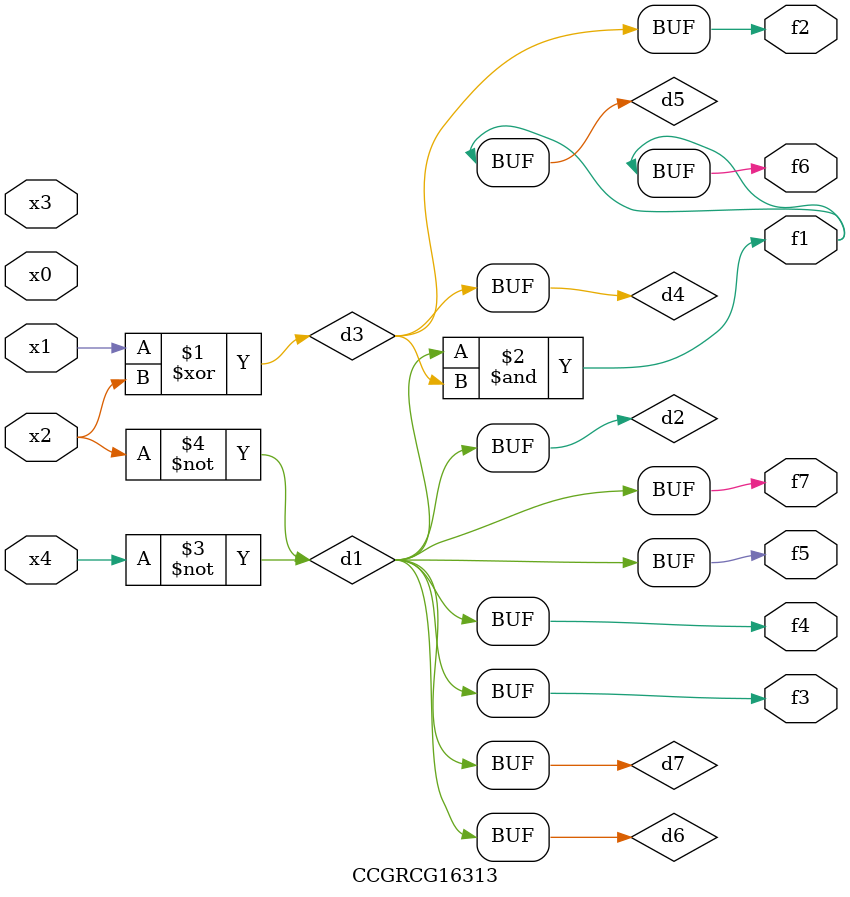
<source format=v>
module CCGRCG16313(
	input x0, x1, x2, x3, x4,
	output f1, f2, f3, f4, f5, f6, f7
);

	wire d1, d2, d3, d4, d5, d6, d7;

	not (d1, x4);
	not (d2, x2);
	xor (d3, x1, x2);
	buf (d4, d3);
	and (d5, d1, d3);
	buf (d6, d1, d2);
	buf (d7, d2);
	assign f1 = d5;
	assign f2 = d4;
	assign f3 = d7;
	assign f4 = d7;
	assign f5 = d7;
	assign f6 = d5;
	assign f7 = d7;
endmodule

</source>
